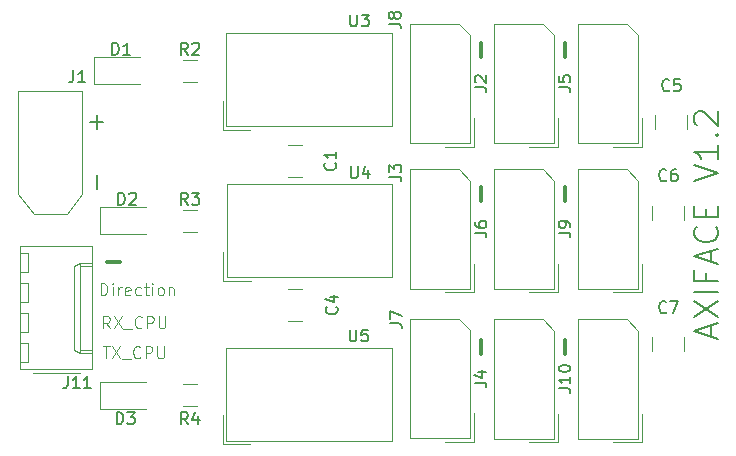
<source format=gbr>
G04 #@! TF.GenerationSoftware,KiCad,Pcbnew,5.1.2-f72e74a~84~ubuntu18.04.1*
G04 #@! TF.CreationDate,2019-08-25T12:51:36+02:00*
G04 #@! TF.ProjectId,Axiface,41786966-6163-4652-9e6b-696361645f70,rev?*
G04 #@! TF.SameCoordinates,Original*
G04 #@! TF.FileFunction,Legend,Top*
G04 #@! TF.FilePolarity,Positive*
%FSLAX46Y46*%
G04 Gerber Fmt 4.6, Leading zero omitted, Abs format (unit mm)*
G04 Created by KiCad (PCBNEW 5.1.2-f72e74a~84~ubuntu18.04.1) date 2019-08-25 12:51:36*
%MOMM*%
%LPD*%
G04 APERTURE LIST*
%ADD10C,0.300000*%
%ADD11C,0.100000*%
%ADD12C,0.150000*%
%ADD13C,0.120000*%
G04 APERTURE END LIST*
D10*
X128924857Y-126174571D02*
X128924857Y-127317428D01*
X136036857Y-126174571D02*
X136036857Y-127317428D01*
X136036857Y-113220571D02*
X136036857Y-114363428D01*
X136036857Y-101028571D02*
X136036857Y-102171428D01*
X128924857Y-113220571D02*
X128924857Y-114363428D01*
X128924857Y-101028571D02*
X128924857Y-102171428D01*
D11*
X96901333Y-126706380D02*
X97472761Y-126706380D01*
X97187047Y-127706380D02*
X97187047Y-126706380D01*
X97710857Y-126706380D02*
X98377523Y-127706380D01*
X98377523Y-126706380D02*
X97710857Y-127706380D01*
X98520380Y-127801619D02*
X99282285Y-127801619D01*
X100091809Y-127611142D02*
X100044190Y-127658761D01*
X99901333Y-127706380D01*
X99806095Y-127706380D01*
X99663238Y-127658761D01*
X99568000Y-127563523D01*
X99520380Y-127468285D01*
X99472761Y-127277809D01*
X99472761Y-127134952D01*
X99520380Y-126944476D01*
X99568000Y-126849238D01*
X99663238Y-126754000D01*
X99806095Y-126706380D01*
X99901333Y-126706380D01*
X100044190Y-126754000D01*
X100091809Y-126801619D01*
X100520380Y-127706380D02*
X100520380Y-126706380D01*
X100901333Y-126706380D01*
X100996571Y-126754000D01*
X101044190Y-126801619D01*
X101091809Y-126896857D01*
X101091809Y-127039714D01*
X101044190Y-127134952D01*
X100996571Y-127182571D01*
X100901333Y-127230190D01*
X100520380Y-127230190D01*
X101520380Y-126706380D02*
X101520380Y-127515904D01*
X101568000Y-127611142D01*
X101615619Y-127658761D01*
X101710857Y-127706380D01*
X101901333Y-127706380D01*
X101996571Y-127658761D01*
X102044190Y-127611142D01*
X102091809Y-127515904D01*
X102091809Y-126706380D01*
X97496571Y-125166380D02*
X97163238Y-124690190D01*
X96925142Y-125166380D02*
X96925142Y-124166380D01*
X97306095Y-124166380D01*
X97401333Y-124214000D01*
X97448952Y-124261619D01*
X97496571Y-124356857D01*
X97496571Y-124499714D01*
X97448952Y-124594952D01*
X97401333Y-124642571D01*
X97306095Y-124690190D01*
X96925142Y-124690190D01*
X97829904Y-124166380D02*
X98496571Y-125166380D01*
X98496571Y-124166380D02*
X97829904Y-125166380D01*
X98639428Y-125261619D02*
X99401333Y-125261619D01*
X100210857Y-125071142D02*
X100163238Y-125118761D01*
X100020380Y-125166380D01*
X99925142Y-125166380D01*
X99782285Y-125118761D01*
X99687047Y-125023523D01*
X99639428Y-124928285D01*
X99591809Y-124737809D01*
X99591809Y-124594952D01*
X99639428Y-124404476D01*
X99687047Y-124309238D01*
X99782285Y-124214000D01*
X99925142Y-124166380D01*
X100020380Y-124166380D01*
X100163238Y-124214000D01*
X100210857Y-124261619D01*
X100639428Y-125166380D02*
X100639428Y-124166380D01*
X101020380Y-124166380D01*
X101115619Y-124214000D01*
X101163238Y-124261619D01*
X101210857Y-124356857D01*
X101210857Y-124499714D01*
X101163238Y-124594952D01*
X101115619Y-124642571D01*
X101020380Y-124690190D01*
X100639428Y-124690190D01*
X101639428Y-124166380D02*
X101639428Y-124975904D01*
X101687047Y-125071142D01*
X101734666Y-125118761D01*
X101829904Y-125166380D01*
X102020380Y-125166380D01*
X102115619Y-125118761D01*
X102163238Y-125071142D01*
X102210857Y-124975904D01*
X102210857Y-124166380D01*
X96726761Y-122372380D02*
X96726761Y-121372380D01*
X96964857Y-121372380D01*
X97107714Y-121420000D01*
X97202952Y-121515238D01*
X97250571Y-121610476D01*
X97298190Y-121800952D01*
X97298190Y-121943809D01*
X97250571Y-122134285D01*
X97202952Y-122229523D01*
X97107714Y-122324761D01*
X96964857Y-122372380D01*
X96726761Y-122372380D01*
X97726761Y-122372380D02*
X97726761Y-121705714D01*
X97726761Y-121372380D02*
X97679142Y-121420000D01*
X97726761Y-121467619D01*
X97774380Y-121420000D01*
X97726761Y-121372380D01*
X97726761Y-121467619D01*
X98202952Y-122372380D02*
X98202952Y-121705714D01*
X98202952Y-121896190D02*
X98250571Y-121800952D01*
X98298190Y-121753333D01*
X98393428Y-121705714D01*
X98488666Y-121705714D01*
X99202952Y-122324761D02*
X99107714Y-122372380D01*
X98917238Y-122372380D01*
X98822000Y-122324761D01*
X98774380Y-122229523D01*
X98774380Y-121848571D01*
X98822000Y-121753333D01*
X98917238Y-121705714D01*
X99107714Y-121705714D01*
X99202952Y-121753333D01*
X99250571Y-121848571D01*
X99250571Y-121943809D01*
X98774380Y-122039047D01*
X100107714Y-122324761D02*
X100012476Y-122372380D01*
X99822000Y-122372380D01*
X99726761Y-122324761D01*
X99679142Y-122277142D01*
X99631523Y-122181904D01*
X99631523Y-121896190D01*
X99679142Y-121800952D01*
X99726761Y-121753333D01*
X99822000Y-121705714D01*
X100012476Y-121705714D01*
X100107714Y-121753333D01*
X100393428Y-121705714D02*
X100774380Y-121705714D01*
X100536285Y-121372380D02*
X100536285Y-122229523D01*
X100583904Y-122324761D01*
X100679142Y-122372380D01*
X100774380Y-122372380D01*
X101107714Y-122372380D02*
X101107714Y-121705714D01*
X101107714Y-121372380D02*
X101060095Y-121420000D01*
X101107714Y-121467619D01*
X101155333Y-121420000D01*
X101107714Y-121372380D01*
X101107714Y-121467619D01*
X101726761Y-122372380D02*
X101631523Y-122324761D01*
X101583904Y-122277142D01*
X101536285Y-122181904D01*
X101536285Y-121896190D01*
X101583904Y-121800952D01*
X101631523Y-121753333D01*
X101726761Y-121705714D01*
X101869619Y-121705714D01*
X101964857Y-121753333D01*
X102012476Y-121800952D01*
X102060095Y-121896190D01*
X102060095Y-122181904D01*
X102012476Y-122277142D01*
X101964857Y-122324761D01*
X101869619Y-122372380D01*
X101726761Y-122372380D01*
X102488666Y-121705714D02*
X102488666Y-122372380D01*
X102488666Y-121800952D02*
X102536285Y-121753333D01*
X102631523Y-121705714D01*
X102774380Y-121705714D01*
X102869619Y-121753333D01*
X102917238Y-121848571D01*
X102917238Y-122372380D01*
D10*
X98361428Y-119526857D02*
X97218571Y-119526857D01*
D12*
X148415333Y-125855809D02*
X148415333Y-124903428D01*
X148986761Y-126046285D02*
X146986761Y-125379619D01*
X148986761Y-124712952D01*
X146986761Y-124236761D02*
X148986761Y-122903428D01*
X146986761Y-122903428D02*
X148986761Y-124236761D01*
X148986761Y-122141523D02*
X146986761Y-122141523D01*
X147939142Y-120522476D02*
X147939142Y-121189142D01*
X148986761Y-121189142D02*
X146986761Y-121189142D01*
X146986761Y-120236761D01*
X148415333Y-119570095D02*
X148415333Y-118617714D01*
X148986761Y-119760571D02*
X146986761Y-119093904D01*
X148986761Y-118427238D01*
X148796285Y-116617714D02*
X148891523Y-116712952D01*
X148986761Y-116998666D01*
X148986761Y-117189142D01*
X148891523Y-117474857D01*
X148701047Y-117665333D01*
X148510571Y-117760571D01*
X148129619Y-117855809D01*
X147843904Y-117855809D01*
X147462952Y-117760571D01*
X147272476Y-117665333D01*
X147082000Y-117474857D01*
X146986761Y-117189142D01*
X146986761Y-116998666D01*
X147082000Y-116712952D01*
X147177238Y-116617714D01*
X147939142Y-115760571D02*
X147939142Y-115093904D01*
X148986761Y-114808190D02*
X148986761Y-115760571D01*
X146986761Y-115760571D01*
X146986761Y-114808190D01*
X146986761Y-112712952D02*
X148986761Y-112046285D01*
X146986761Y-111379619D01*
X148986761Y-109665333D02*
X148986761Y-110808190D01*
X148986761Y-110236761D02*
X146986761Y-110236761D01*
X147272476Y-110427238D01*
X147462952Y-110617714D01*
X147558190Y-110808190D01*
X148796285Y-108808190D02*
X148891523Y-108712952D01*
X148986761Y-108808190D01*
X148891523Y-108903428D01*
X148796285Y-108808190D01*
X148986761Y-108808190D01*
X147177238Y-107951047D02*
X147082000Y-107855809D01*
X146986761Y-107665333D01*
X146986761Y-107189142D01*
X147082000Y-106998666D01*
X147177238Y-106903428D01*
X147367714Y-106808190D01*
X147558190Y-106808190D01*
X147843904Y-106903428D01*
X148986761Y-108046285D01*
X148986761Y-106808190D01*
D13*
X107360800Y-134682600D02*
X107360800Y-126832600D01*
X107360800Y-126832600D02*
X121360800Y-126832600D01*
X121360800Y-126832600D02*
X121360800Y-134682600D01*
X121360800Y-134682600D02*
X107360800Y-134682600D01*
X107060800Y-132562600D02*
X107060800Y-135012600D01*
X107060800Y-135012600D02*
X109390800Y-135012600D01*
X107386200Y-120814200D02*
X107386200Y-112964200D01*
X107386200Y-112964200D02*
X121386200Y-112964200D01*
X121386200Y-112964200D02*
X121386200Y-120814200D01*
X121386200Y-120814200D02*
X107386200Y-120814200D01*
X107086200Y-118694200D02*
X107086200Y-121144200D01*
X107086200Y-121144200D02*
X109416200Y-121144200D01*
X107360800Y-108063400D02*
X107360800Y-100213400D01*
X107360800Y-100213400D02*
X121360800Y-100213400D01*
X121360800Y-100213400D02*
X121360800Y-108063400D01*
X121360800Y-108063400D02*
X107360800Y-108063400D01*
X107060800Y-105943400D02*
X107060800Y-108393400D01*
X107060800Y-108393400D02*
X109390800Y-108393400D01*
X130013000Y-134513000D02*
X135133000Y-134513000D01*
X135133000Y-134513000D02*
X135133000Y-125393000D01*
X135133000Y-125393000D02*
X134133000Y-124393000D01*
X134133000Y-124393000D02*
X130013000Y-124393000D01*
X130013000Y-124393000D02*
X130013000Y-134513000D01*
X133023000Y-134813000D02*
X135433000Y-134813000D01*
X135433000Y-134813000D02*
X135433000Y-132403000D01*
X128321000Y-109794000D02*
X128321000Y-107384000D01*
X125911000Y-109794000D02*
X128321000Y-109794000D01*
X122901000Y-99374000D02*
X122901000Y-109494000D01*
X127021000Y-99374000D02*
X122901000Y-99374000D01*
X128021000Y-100374000D02*
X127021000Y-99374000D01*
X128021000Y-109494000D02*
X128021000Y-100374000D01*
X122901000Y-109494000D02*
X128021000Y-109494000D01*
X128321000Y-134773000D02*
X128321000Y-132363000D01*
X125911000Y-134773000D02*
X128321000Y-134773000D01*
X122901000Y-124353000D02*
X122901000Y-134473000D01*
X127021000Y-124353000D02*
X122901000Y-124353000D01*
X128021000Y-125353000D02*
X127021000Y-124353000D01*
X128021000Y-134473000D02*
X128021000Y-125353000D01*
X122901000Y-134473000D02*
X128021000Y-134473000D01*
X142545000Y-122113000D02*
X142545000Y-119703000D01*
X140135000Y-122113000D02*
X142545000Y-122113000D01*
X137125000Y-111693000D02*
X137125000Y-121813000D01*
X141245000Y-111693000D02*
X137125000Y-111693000D01*
X142245000Y-112693000D02*
X141245000Y-111693000D01*
X142245000Y-121813000D02*
X142245000Y-112693000D01*
X137125000Y-121813000D02*
X142245000Y-121813000D01*
X122901000Y-121813000D02*
X128021000Y-121813000D01*
X128021000Y-121813000D02*
X128021000Y-112693000D01*
X128021000Y-112693000D02*
X127021000Y-111693000D01*
X127021000Y-111693000D02*
X122901000Y-111693000D01*
X122901000Y-111693000D02*
X122901000Y-121813000D01*
X125911000Y-122113000D02*
X128321000Y-122113000D01*
X128321000Y-122113000D02*
X128321000Y-119703000D01*
X137125000Y-109494000D02*
X142245000Y-109494000D01*
X142245000Y-109494000D02*
X142245000Y-100374000D01*
X142245000Y-100374000D02*
X141245000Y-99374000D01*
X141245000Y-99374000D02*
X137125000Y-99374000D01*
X137125000Y-99374000D02*
X137125000Y-109494000D01*
X140135000Y-109794000D02*
X142545000Y-109794000D01*
X142545000Y-109794000D02*
X142545000Y-107384000D01*
X137125000Y-134513000D02*
X142245000Y-134513000D01*
X142245000Y-134513000D02*
X142245000Y-125393000D01*
X142245000Y-125393000D02*
X141245000Y-124393000D01*
X141245000Y-124393000D02*
X137125000Y-124393000D01*
X137125000Y-124393000D02*
X137125000Y-134513000D01*
X140135000Y-134813000D02*
X142545000Y-134813000D01*
X142545000Y-134813000D02*
X142545000Y-132403000D01*
X135433000Y-122113000D02*
X135433000Y-119703000D01*
X133023000Y-122113000D02*
X135433000Y-122113000D01*
X130013000Y-111693000D02*
X130013000Y-121813000D01*
X134133000Y-111693000D02*
X130013000Y-111693000D01*
X135133000Y-112693000D02*
X134133000Y-111693000D01*
X135133000Y-121813000D02*
X135133000Y-112693000D01*
X130013000Y-121813000D02*
X135133000Y-121813000D01*
X135433000Y-109794000D02*
X135433000Y-107384000D01*
X133023000Y-109794000D02*
X135433000Y-109794000D01*
X130013000Y-99374000D02*
X130013000Y-109494000D01*
X134133000Y-99374000D02*
X130013000Y-99374000D01*
X135133000Y-100374000D02*
X134133000Y-99374000D01*
X135133000Y-109494000D02*
X135133000Y-100374000D01*
X130013000Y-109494000D02*
X135133000Y-109494000D01*
X146140000Y-127094064D02*
X146140000Y-125889936D01*
X143420000Y-127094064D02*
X143420000Y-125889936D01*
X143674000Y-107093936D02*
X143674000Y-108298064D01*
X146394000Y-107093936D02*
X146394000Y-108298064D01*
X143420000Y-116042064D02*
X143420000Y-114837936D01*
X146140000Y-116042064D02*
X146140000Y-114837936D01*
X112557936Y-109638000D02*
X113762064Y-109638000D01*
X112557936Y-112358000D02*
X113762064Y-112358000D01*
X112557936Y-121830000D02*
X113762064Y-121830000D01*
X112557936Y-124550000D02*
X113762064Y-124550000D01*
X100028000Y-102243000D02*
X96143000Y-102243000D01*
X96143000Y-102243000D02*
X96143000Y-104513000D01*
X96143000Y-104513000D02*
X100028000Y-104513000D01*
X96651000Y-117213000D02*
X100536000Y-117213000D01*
X96651000Y-114943000D02*
X96651000Y-117213000D01*
X100536000Y-114943000D02*
X96651000Y-114943000D01*
X100536000Y-129725000D02*
X96651000Y-129725000D01*
X96651000Y-129725000D02*
X96651000Y-131995000D01*
X96651000Y-131995000D02*
X100536000Y-131995000D01*
X91046000Y-115486000D02*
X93866000Y-115486000D01*
X93866000Y-115486000D02*
X95166000Y-113786000D01*
X91046000Y-115486000D02*
X89746000Y-113786000D01*
X95166000Y-113786000D02*
X95166000Y-105066000D01*
X89746000Y-105066000D02*
X95166000Y-105066000D01*
X89746000Y-113786000D02*
X89746000Y-105066000D01*
X89934000Y-128634000D02*
X95954000Y-128634000D01*
X95954000Y-128634000D02*
X95954000Y-118254000D01*
X95954000Y-118254000D02*
X89934000Y-118254000D01*
X89934000Y-118254000D02*
X89934000Y-128634000D01*
X90964000Y-128924000D02*
X94964000Y-128924000D01*
X95954000Y-127254000D02*
X94954000Y-127254000D01*
X94954000Y-127254000D02*
X94954000Y-119634000D01*
X94954000Y-119634000D02*
X95954000Y-119634000D01*
X94954000Y-127254000D02*
X94424000Y-127004000D01*
X94424000Y-127004000D02*
X94424000Y-119884000D01*
X94424000Y-119884000D02*
X94954000Y-119634000D01*
X95954000Y-127004000D02*
X94954000Y-127004000D01*
X95954000Y-119884000D02*
X94954000Y-119884000D01*
X89934000Y-128054000D02*
X90534000Y-128054000D01*
X90534000Y-128054000D02*
X90534000Y-126454000D01*
X90534000Y-126454000D02*
X89934000Y-126454000D01*
X89934000Y-125514000D02*
X90534000Y-125514000D01*
X90534000Y-125514000D02*
X90534000Y-123914000D01*
X90534000Y-123914000D02*
X89934000Y-123914000D01*
X89934000Y-122974000D02*
X90534000Y-122974000D01*
X90534000Y-122974000D02*
X90534000Y-121374000D01*
X90534000Y-121374000D02*
X89934000Y-121374000D01*
X89934000Y-120434000D02*
X90534000Y-120434000D01*
X90534000Y-120434000D02*
X90534000Y-118834000D01*
X90534000Y-118834000D02*
X89934000Y-118834000D01*
X103667936Y-102468000D02*
X104872064Y-102468000D01*
X103667936Y-104288000D02*
X104872064Y-104288000D01*
X103667936Y-116988000D02*
X104872064Y-116988000D01*
X103667936Y-115168000D02*
X104872064Y-115168000D01*
X103667936Y-129900000D02*
X104872064Y-129900000D01*
X103667936Y-131720000D02*
X104872064Y-131720000D01*
D12*
X117805295Y-125283980D02*
X117805295Y-126093504D01*
X117852914Y-126188742D01*
X117900533Y-126236361D01*
X117995771Y-126283980D01*
X118186247Y-126283980D01*
X118281485Y-126236361D01*
X118329104Y-126188742D01*
X118376723Y-126093504D01*
X118376723Y-125283980D01*
X119329104Y-125283980D02*
X118852914Y-125283980D01*
X118805295Y-125760171D01*
X118852914Y-125712552D01*
X118948152Y-125664933D01*
X119186247Y-125664933D01*
X119281485Y-125712552D01*
X119329104Y-125760171D01*
X119376723Y-125855409D01*
X119376723Y-126093504D01*
X119329104Y-126188742D01*
X119281485Y-126236361D01*
X119186247Y-126283980D01*
X118948152Y-126283980D01*
X118852914Y-126236361D01*
X118805295Y-126188742D01*
X117906895Y-111466380D02*
X117906895Y-112275904D01*
X117954514Y-112371142D01*
X118002133Y-112418761D01*
X118097371Y-112466380D01*
X118287847Y-112466380D01*
X118383085Y-112418761D01*
X118430704Y-112371142D01*
X118478323Y-112275904D01*
X118478323Y-111466380D01*
X119383085Y-111799714D02*
X119383085Y-112466380D01*
X119144990Y-111418761D02*
X118906895Y-112133047D01*
X119525942Y-112133047D01*
X117856095Y-98613980D02*
X117856095Y-99423504D01*
X117903714Y-99518742D01*
X117951333Y-99566361D01*
X118046571Y-99613980D01*
X118237047Y-99613980D01*
X118332285Y-99566361D01*
X118379904Y-99518742D01*
X118427523Y-99423504D01*
X118427523Y-98613980D01*
X118808476Y-98613980D02*
X119427523Y-98613980D01*
X119094190Y-98994933D01*
X119237047Y-98994933D01*
X119332285Y-99042552D01*
X119379904Y-99090171D01*
X119427523Y-99185409D01*
X119427523Y-99423504D01*
X119379904Y-99518742D01*
X119332285Y-99566361D01*
X119237047Y-99613980D01*
X118951333Y-99613980D01*
X118856095Y-99566361D01*
X118808476Y-99518742D01*
X128375380Y-129786333D02*
X129089666Y-129786333D01*
X129232523Y-129833952D01*
X129327761Y-129929190D01*
X129375380Y-130072047D01*
X129375380Y-130167285D01*
X128708714Y-128881571D02*
X129375380Y-128881571D01*
X128327761Y-129119666D02*
X129042047Y-129357761D01*
X129042047Y-128738714D01*
X121118380Y-99393333D02*
X121832666Y-99393333D01*
X121975523Y-99440952D01*
X122070761Y-99536190D01*
X122118380Y-99679047D01*
X122118380Y-99774285D01*
X121546952Y-98774285D02*
X121499333Y-98869523D01*
X121451714Y-98917142D01*
X121356476Y-98964761D01*
X121308857Y-98964761D01*
X121213619Y-98917142D01*
X121166000Y-98869523D01*
X121118380Y-98774285D01*
X121118380Y-98583809D01*
X121166000Y-98488571D01*
X121213619Y-98440952D01*
X121308857Y-98393333D01*
X121356476Y-98393333D01*
X121451714Y-98440952D01*
X121499333Y-98488571D01*
X121546952Y-98583809D01*
X121546952Y-98774285D01*
X121594571Y-98869523D01*
X121642190Y-98917142D01*
X121737428Y-98964761D01*
X121927904Y-98964761D01*
X122023142Y-98917142D01*
X122070761Y-98869523D01*
X122118380Y-98774285D01*
X122118380Y-98583809D01*
X122070761Y-98488571D01*
X122023142Y-98440952D01*
X121927904Y-98393333D01*
X121737428Y-98393333D01*
X121642190Y-98440952D01*
X121594571Y-98488571D01*
X121546952Y-98583809D01*
X121219980Y-124742533D02*
X121934266Y-124742533D01*
X122077123Y-124790152D01*
X122172361Y-124885390D01*
X122219980Y-125028247D01*
X122219980Y-125123485D01*
X121219980Y-124361580D02*
X121219980Y-123694914D01*
X122219980Y-124123485D01*
X135487380Y-117086333D02*
X136201666Y-117086333D01*
X136344523Y-117133952D01*
X136439761Y-117229190D01*
X136487380Y-117372047D01*
X136487380Y-117467285D01*
X136487380Y-116562523D02*
X136487380Y-116372047D01*
X136439761Y-116276809D01*
X136392142Y-116229190D01*
X136249285Y-116133952D01*
X136058809Y-116086333D01*
X135677857Y-116086333D01*
X135582619Y-116133952D01*
X135535000Y-116181571D01*
X135487380Y-116276809D01*
X135487380Y-116467285D01*
X135535000Y-116562523D01*
X135582619Y-116610142D01*
X135677857Y-116657761D01*
X135915952Y-116657761D01*
X136011190Y-116610142D01*
X136058809Y-116562523D01*
X136106428Y-116467285D01*
X136106428Y-116276809D01*
X136058809Y-116181571D01*
X136011190Y-116133952D01*
X135915952Y-116086333D01*
X121169180Y-112347333D02*
X121883466Y-112347333D01*
X122026323Y-112394952D01*
X122121561Y-112490190D01*
X122169180Y-112633047D01*
X122169180Y-112728285D01*
X121169180Y-111966380D02*
X121169180Y-111347333D01*
X121550133Y-111680666D01*
X121550133Y-111537809D01*
X121597752Y-111442571D01*
X121645371Y-111394952D01*
X121740609Y-111347333D01*
X121978704Y-111347333D01*
X122073942Y-111394952D01*
X122121561Y-111442571D01*
X122169180Y-111537809D01*
X122169180Y-111823523D01*
X122121561Y-111918761D01*
X122073942Y-111966380D01*
X135487380Y-104767333D02*
X136201666Y-104767333D01*
X136344523Y-104814952D01*
X136439761Y-104910190D01*
X136487380Y-105053047D01*
X136487380Y-105148285D01*
X135487380Y-103814952D02*
X135487380Y-104291142D01*
X135963571Y-104338761D01*
X135915952Y-104291142D01*
X135868333Y-104195904D01*
X135868333Y-103957809D01*
X135915952Y-103862571D01*
X135963571Y-103814952D01*
X136058809Y-103767333D01*
X136296904Y-103767333D01*
X136392142Y-103814952D01*
X136439761Y-103862571D01*
X136487380Y-103957809D01*
X136487380Y-104195904D01*
X136439761Y-104291142D01*
X136392142Y-104338761D01*
X135487380Y-130262523D02*
X136201666Y-130262523D01*
X136344523Y-130310142D01*
X136439761Y-130405380D01*
X136487380Y-130548238D01*
X136487380Y-130643476D01*
X136487380Y-129262523D02*
X136487380Y-129833952D01*
X136487380Y-129548238D02*
X135487380Y-129548238D01*
X135630238Y-129643476D01*
X135725476Y-129738714D01*
X135773095Y-129833952D01*
X135487380Y-128643476D02*
X135487380Y-128548238D01*
X135535000Y-128453000D01*
X135582619Y-128405380D01*
X135677857Y-128357761D01*
X135868333Y-128310142D01*
X136106428Y-128310142D01*
X136296904Y-128357761D01*
X136392142Y-128405380D01*
X136439761Y-128453000D01*
X136487380Y-128548238D01*
X136487380Y-128643476D01*
X136439761Y-128738714D01*
X136392142Y-128786333D01*
X136296904Y-128833952D01*
X136106428Y-128881571D01*
X135868333Y-128881571D01*
X135677857Y-128833952D01*
X135582619Y-128786333D01*
X135535000Y-128738714D01*
X135487380Y-128643476D01*
X128375380Y-117086333D02*
X129089666Y-117086333D01*
X129232523Y-117133952D01*
X129327761Y-117229190D01*
X129375380Y-117372047D01*
X129375380Y-117467285D01*
X128375380Y-116181571D02*
X128375380Y-116372047D01*
X128423000Y-116467285D01*
X128470619Y-116514904D01*
X128613476Y-116610142D01*
X128803952Y-116657761D01*
X129184904Y-116657761D01*
X129280142Y-116610142D01*
X129327761Y-116562523D01*
X129375380Y-116467285D01*
X129375380Y-116276809D01*
X129327761Y-116181571D01*
X129280142Y-116133952D01*
X129184904Y-116086333D01*
X128946809Y-116086333D01*
X128851571Y-116133952D01*
X128803952Y-116181571D01*
X128756333Y-116276809D01*
X128756333Y-116467285D01*
X128803952Y-116562523D01*
X128851571Y-116610142D01*
X128946809Y-116657761D01*
X128375380Y-104767333D02*
X129089666Y-104767333D01*
X129232523Y-104814952D01*
X129327761Y-104910190D01*
X129375380Y-105053047D01*
X129375380Y-105148285D01*
X128470619Y-104338761D02*
X128423000Y-104291142D01*
X128375380Y-104195904D01*
X128375380Y-103957809D01*
X128423000Y-103862571D01*
X128470619Y-103814952D01*
X128565857Y-103767333D01*
X128661095Y-103767333D01*
X128803952Y-103814952D01*
X129375380Y-104386380D01*
X129375380Y-103767333D01*
X144613333Y-123801142D02*
X144565714Y-123848761D01*
X144422857Y-123896380D01*
X144327619Y-123896380D01*
X144184761Y-123848761D01*
X144089523Y-123753523D01*
X144041904Y-123658285D01*
X143994285Y-123467809D01*
X143994285Y-123324952D01*
X144041904Y-123134476D01*
X144089523Y-123039238D01*
X144184761Y-122944000D01*
X144327619Y-122896380D01*
X144422857Y-122896380D01*
X144565714Y-122944000D01*
X144613333Y-122991619D01*
X144946666Y-122896380D02*
X145613333Y-122896380D01*
X145184761Y-123896380D01*
X144867333Y-105005142D02*
X144819714Y-105052761D01*
X144676857Y-105100380D01*
X144581619Y-105100380D01*
X144438761Y-105052761D01*
X144343523Y-104957523D01*
X144295904Y-104862285D01*
X144248285Y-104671809D01*
X144248285Y-104528952D01*
X144295904Y-104338476D01*
X144343523Y-104243238D01*
X144438761Y-104148000D01*
X144581619Y-104100380D01*
X144676857Y-104100380D01*
X144819714Y-104148000D01*
X144867333Y-104195619D01*
X145772095Y-104100380D02*
X145295904Y-104100380D01*
X145248285Y-104576571D01*
X145295904Y-104528952D01*
X145391142Y-104481333D01*
X145629238Y-104481333D01*
X145724476Y-104528952D01*
X145772095Y-104576571D01*
X145819714Y-104671809D01*
X145819714Y-104909904D01*
X145772095Y-105005142D01*
X145724476Y-105052761D01*
X145629238Y-105100380D01*
X145391142Y-105100380D01*
X145295904Y-105052761D01*
X145248285Y-105005142D01*
X144613333Y-112625142D02*
X144565714Y-112672761D01*
X144422857Y-112720380D01*
X144327619Y-112720380D01*
X144184761Y-112672761D01*
X144089523Y-112577523D01*
X144041904Y-112482285D01*
X143994285Y-112291809D01*
X143994285Y-112148952D01*
X144041904Y-111958476D01*
X144089523Y-111863238D01*
X144184761Y-111768000D01*
X144327619Y-111720380D01*
X144422857Y-111720380D01*
X144565714Y-111768000D01*
X144613333Y-111815619D01*
X145470476Y-111720380D02*
X145280000Y-111720380D01*
X145184761Y-111768000D01*
X145137142Y-111815619D01*
X145041904Y-111958476D01*
X144994285Y-112148952D01*
X144994285Y-112529904D01*
X145041904Y-112625142D01*
X145089523Y-112672761D01*
X145184761Y-112720380D01*
X145375238Y-112720380D01*
X145470476Y-112672761D01*
X145518095Y-112625142D01*
X145565714Y-112529904D01*
X145565714Y-112291809D01*
X145518095Y-112196571D01*
X145470476Y-112148952D01*
X145375238Y-112101333D01*
X145184761Y-112101333D01*
X145089523Y-112148952D01*
X145041904Y-112196571D01*
X144994285Y-112291809D01*
X116565142Y-111164666D02*
X116612761Y-111212285D01*
X116660380Y-111355142D01*
X116660380Y-111450380D01*
X116612761Y-111593238D01*
X116517523Y-111688476D01*
X116422285Y-111736095D01*
X116231809Y-111783714D01*
X116088952Y-111783714D01*
X115898476Y-111736095D01*
X115803238Y-111688476D01*
X115708000Y-111593238D01*
X115660380Y-111450380D01*
X115660380Y-111355142D01*
X115708000Y-111212285D01*
X115755619Y-111164666D01*
X116660380Y-110212285D02*
X116660380Y-110783714D01*
X116660380Y-110498000D02*
X115660380Y-110498000D01*
X115803238Y-110593238D01*
X115898476Y-110688476D01*
X115946095Y-110783714D01*
X116689142Y-123356666D02*
X116736761Y-123404285D01*
X116784380Y-123547142D01*
X116784380Y-123642380D01*
X116736761Y-123785238D01*
X116641523Y-123880476D01*
X116546285Y-123928095D01*
X116355809Y-123975714D01*
X116212952Y-123975714D01*
X116022476Y-123928095D01*
X115927238Y-123880476D01*
X115832000Y-123785238D01*
X115784380Y-123642380D01*
X115784380Y-123547142D01*
X115832000Y-123404285D01*
X115879619Y-123356666D01*
X116117714Y-122499523D02*
X116784380Y-122499523D01*
X115736761Y-122737619D02*
X116451047Y-122975714D01*
X116451047Y-122356666D01*
X97689904Y-102010380D02*
X97689904Y-101010380D01*
X97928000Y-101010380D01*
X98070857Y-101058000D01*
X98166095Y-101153238D01*
X98213714Y-101248476D01*
X98261333Y-101438952D01*
X98261333Y-101581809D01*
X98213714Y-101772285D01*
X98166095Y-101867523D01*
X98070857Y-101962761D01*
X97928000Y-102010380D01*
X97689904Y-102010380D01*
X99213714Y-102010380D02*
X98642285Y-102010380D01*
X98928000Y-102010380D02*
X98928000Y-101010380D01*
X98832761Y-101153238D01*
X98737523Y-101248476D01*
X98642285Y-101296095D01*
X98197904Y-114710380D02*
X98197904Y-113710380D01*
X98436000Y-113710380D01*
X98578857Y-113758000D01*
X98674095Y-113853238D01*
X98721714Y-113948476D01*
X98769333Y-114138952D01*
X98769333Y-114281809D01*
X98721714Y-114472285D01*
X98674095Y-114567523D01*
X98578857Y-114662761D01*
X98436000Y-114710380D01*
X98197904Y-114710380D01*
X99150285Y-113805619D02*
X99197904Y-113758000D01*
X99293142Y-113710380D01*
X99531238Y-113710380D01*
X99626476Y-113758000D01*
X99674095Y-113805619D01*
X99721714Y-113900857D01*
X99721714Y-113996095D01*
X99674095Y-114138952D01*
X99102666Y-114710380D01*
X99721714Y-114710380D01*
X98067904Y-133294380D02*
X98067904Y-132294380D01*
X98306000Y-132294380D01*
X98448857Y-132342000D01*
X98544095Y-132437238D01*
X98591714Y-132532476D01*
X98639333Y-132722952D01*
X98639333Y-132865809D01*
X98591714Y-133056285D01*
X98544095Y-133151523D01*
X98448857Y-133246761D01*
X98306000Y-133294380D01*
X98067904Y-133294380D01*
X98972666Y-132294380D02*
X99591714Y-132294380D01*
X99258380Y-132675333D01*
X99401238Y-132675333D01*
X99496476Y-132722952D01*
X99544095Y-132770571D01*
X99591714Y-132865809D01*
X99591714Y-133103904D01*
X99544095Y-133199142D01*
X99496476Y-133246761D01*
X99401238Y-133294380D01*
X99115523Y-133294380D01*
X99020285Y-133246761D01*
X98972666Y-133199142D01*
X94408666Y-103338380D02*
X94408666Y-104052666D01*
X94361047Y-104195523D01*
X94265809Y-104290761D01*
X94122952Y-104338380D01*
X94027714Y-104338380D01*
X95408666Y-104338380D02*
X94837238Y-104338380D01*
X95122952Y-104338380D02*
X95122952Y-103338380D01*
X95027714Y-103481238D01*
X94932476Y-103576476D01*
X94837238Y-103624095D01*
X96373142Y-113347428D02*
X96373142Y-112204571D01*
X96373142Y-108267428D02*
X96373142Y-107124571D01*
X96944571Y-107696000D02*
X95801714Y-107696000D01*
X93932476Y-129246380D02*
X93932476Y-129960666D01*
X93884857Y-130103523D01*
X93789619Y-130198761D01*
X93646761Y-130246380D01*
X93551523Y-130246380D01*
X94932476Y-130246380D02*
X94361047Y-130246380D01*
X94646761Y-130246380D02*
X94646761Y-129246380D01*
X94551523Y-129389238D01*
X94456285Y-129484476D01*
X94361047Y-129532095D01*
X95884857Y-130246380D02*
X95313428Y-130246380D01*
X95599142Y-130246380D02*
X95599142Y-129246380D01*
X95503904Y-129389238D01*
X95408666Y-129484476D01*
X95313428Y-129532095D01*
X104103333Y-102010380D02*
X103770000Y-101534190D01*
X103531904Y-102010380D02*
X103531904Y-101010380D01*
X103912857Y-101010380D01*
X104008095Y-101058000D01*
X104055714Y-101105619D01*
X104103333Y-101200857D01*
X104103333Y-101343714D01*
X104055714Y-101438952D01*
X104008095Y-101486571D01*
X103912857Y-101534190D01*
X103531904Y-101534190D01*
X104484285Y-101105619D02*
X104531904Y-101058000D01*
X104627142Y-101010380D01*
X104865238Y-101010380D01*
X104960476Y-101058000D01*
X105008095Y-101105619D01*
X105055714Y-101200857D01*
X105055714Y-101296095D01*
X105008095Y-101438952D01*
X104436666Y-102010380D01*
X105055714Y-102010380D01*
X104103333Y-114710380D02*
X103770000Y-114234190D01*
X103531904Y-114710380D02*
X103531904Y-113710380D01*
X103912857Y-113710380D01*
X104008095Y-113758000D01*
X104055714Y-113805619D01*
X104103333Y-113900857D01*
X104103333Y-114043714D01*
X104055714Y-114138952D01*
X104008095Y-114186571D01*
X103912857Y-114234190D01*
X103531904Y-114234190D01*
X104436666Y-113710380D02*
X105055714Y-113710380D01*
X104722380Y-114091333D01*
X104865238Y-114091333D01*
X104960476Y-114138952D01*
X105008095Y-114186571D01*
X105055714Y-114281809D01*
X105055714Y-114519904D01*
X105008095Y-114615142D01*
X104960476Y-114662761D01*
X104865238Y-114710380D01*
X104579523Y-114710380D01*
X104484285Y-114662761D01*
X104436666Y-114615142D01*
X104103333Y-133294380D02*
X103770000Y-132818190D01*
X103531904Y-133294380D02*
X103531904Y-132294380D01*
X103912857Y-132294380D01*
X104008095Y-132342000D01*
X104055714Y-132389619D01*
X104103333Y-132484857D01*
X104103333Y-132627714D01*
X104055714Y-132722952D01*
X104008095Y-132770571D01*
X103912857Y-132818190D01*
X103531904Y-132818190D01*
X104960476Y-132627714D02*
X104960476Y-133294380D01*
X104722380Y-132246761D02*
X104484285Y-132961047D01*
X105103333Y-132961047D01*
M02*

</source>
